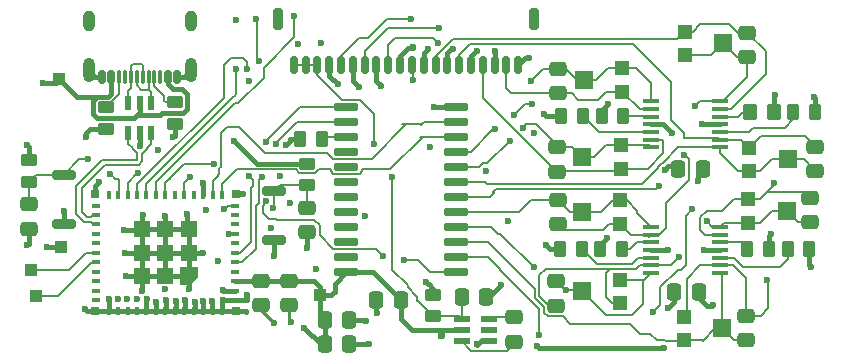
<source format=gbr>
%TF.GenerationSoftware,KiCad,Pcbnew,9.0.2*%
%TF.CreationDate,2025-11-18T20:52:17-03:00*%
%TF.ProjectId,Smart_insoles_2025_v1,536d6172-745f-4696-9e73-6f6c65735f32,rev?*%
%TF.SameCoordinates,Original*%
%TF.FileFunction,Copper,L1,Top*%
%TF.FilePolarity,Positive*%
%FSLAX46Y46*%
G04 Gerber Fmt 4.6, Leading zero omitted, Abs format (unit mm)*
G04 Created by KiCad (PCBNEW 9.0.2) date 2025-11-18 20:52:17*
%MOMM*%
%LPD*%
G01*
G04 APERTURE LIST*
G04 Aperture macros list*
%AMRoundRect*
0 Rectangle with rounded corners*
0 $1 Rounding radius*
0 $2 $3 $4 $5 $6 $7 $8 $9 X,Y pos of 4 corners*
0 Add a 4 corners polygon primitive as box body*
4,1,4,$2,$3,$4,$5,$6,$7,$8,$9,$2,$3,0*
0 Add four circle primitives for the rounded corners*
1,1,$1+$1,$2,$3*
1,1,$1+$1,$4,$5*
1,1,$1+$1,$6,$7*
1,1,$1+$1,$8,$9*
0 Add four rect primitives between the rounded corners*
20,1,$1+$1,$2,$3,$4,$5,0*
20,1,$1+$1,$4,$5,$6,$7,0*
20,1,$1+$1,$6,$7,$8,$9,0*
20,1,$1+$1,$8,$9,$2,$3,0*%
%AMFreePoly0*
4,1,14,0.728536,0.728536,0.730000,0.725000,0.730000,-0.725000,0.728536,-0.728536,0.725000,-0.730000,-0.725000,-0.730000,-0.728536,-0.728536,-0.730000,-0.725000,-0.730000,0.125000,-0.728536,0.128536,-0.128536,0.728536,-0.125000,0.730000,0.725000,0.730000,0.728536,0.728536,0.728536,0.728536,$1*%
G04 Aperture macros list end*
%TA.AperFunction,SMDPad,CuDef*%
%ADD10RoundRect,0.250000X-0.262500X-0.450000X0.262500X-0.450000X0.262500X0.450000X-0.262500X0.450000X0*%
%TD*%
%TA.AperFunction,SMDPad,CuDef*%
%ADD11R,1.000000X1.000000*%
%TD*%
%TA.AperFunction,SMDPad,CuDef*%
%ADD12RoundRect,0.250000X-0.337500X-0.475000X0.337500X-0.475000X0.337500X0.475000X-0.337500X0.475000X0*%
%TD*%
%TA.AperFunction,SMDPad,CuDef*%
%ADD13R,1.200000X1.200000*%
%TD*%
%TA.AperFunction,SMDPad,CuDef*%
%ADD14R,1.500000X1.600000*%
%TD*%
%TA.AperFunction,SMDPad,CuDef*%
%ADD15RoundRect,0.200000X0.800000X-0.200000X0.800000X0.200000X-0.800000X0.200000X-0.800000X-0.200000X0*%
%TD*%
%TA.AperFunction,SMDPad,CuDef*%
%ADD16RoundRect,0.250000X0.262500X0.450000X-0.262500X0.450000X-0.262500X-0.450000X0.262500X-0.450000X0*%
%TD*%
%TA.AperFunction,SMDPad,CuDef*%
%ADD17RoundRect,0.250000X-0.450000X0.262500X-0.450000X-0.262500X0.450000X-0.262500X0.450000X0.262500X0*%
%TD*%
%TA.AperFunction,SMDPad,CuDef*%
%ADD18R,0.600000X1.200000*%
%TD*%
%TA.AperFunction,SMDPad,CuDef*%
%ADD19RoundRect,0.250000X0.475000X-0.337500X0.475000X0.337500X-0.475000X0.337500X-0.475000X-0.337500X0*%
%TD*%
%TA.AperFunction,SMDPad,CuDef*%
%ADD20RoundRect,0.250000X0.350000X0.450000X-0.350000X0.450000X-0.350000X-0.450000X0.350000X-0.450000X0*%
%TD*%
%TA.AperFunction,SMDPad,CuDef*%
%ADD21R,0.800000X0.400000*%
%TD*%
%TA.AperFunction,SMDPad,CuDef*%
%ADD22R,0.400000X0.800000*%
%TD*%
%TA.AperFunction,SMDPad,CuDef*%
%ADD23FreePoly0,180.000000*%
%TD*%
%TA.AperFunction,SMDPad,CuDef*%
%ADD24R,1.450000X1.450000*%
%TD*%
%TA.AperFunction,SMDPad,CuDef*%
%ADD25R,0.700000X0.700000*%
%TD*%
%TA.AperFunction,SMDPad,CuDef*%
%ADD26RoundRect,0.075000X0.955000X0.225000X-0.955000X0.225000X-0.955000X-0.225000X0.955000X-0.225000X0*%
%TD*%
%TA.AperFunction,SMDPad,CuDef*%
%ADD27RoundRect,0.250000X-0.475000X0.337500X-0.475000X-0.337500X0.475000X-0.337500X0.475000X0.337500X0*%
%TD*%
%TA.AperFunction,SMDPad,CuDef*%
%ADD28RoundRect,0.150000X0.150000X0.425000X-0.150000X0.425000X-0.150000X-0.425000X0.150000X-0.425000X0*%
%TD*%
%TA.AperFunction,SMDPad,CuDef*%
%ADD29RoundRect,0.075000X0.075000X0.500000X-0.075000X0.500000X-0.075000X-0.500000X0.075000X-0.500000X0*%
%TD*%
%TA.AperFunction,HeatsinkPad*%
%ADD30O,1.000000X2.100000*%
%TD*%
%TA.AperFunction,HeatsinkPad*%
%ADD31O,1.000000X1.800000*%
%TD*%
%TA.AperFunction,SMDPad,CuDef*%
%ADD32R,1.473200X0.355600*%
%TD*%
%TA.AperFunction,SMDPad,CuDef*%
%ADD33RoundRect,0.073750X-0.586250X-0.221250X0.586250X-0.221250X0.586250X0.221250X-0.586250X0.221250X0*%
%TD*%
%TA.AperFunction,SMDPad,CuDef*%
%ADD34RoundRect,0.250000X0.337500X0.475000X-0.337500X0.475000X-0.337500X-0.475000X0.337500X-0.475000X0*%
%TD*%
%TA.AperFunction,SMDPad,CuDef*%
%ADD35RoundRect,0.150000X0.150000X0.625000X-0.150000X0.625000X-0.150000X-0.625000X0.150000X-0.625000X0*%
%TD*%
%TA.AperFunction,SMDPad,CuDef*%
%ADD36RoundRect,0.200000X0.200000X0.700000X-0.200000X0.700000X-0.200000X-0.700000X0.200000X-0.700000X0*%
%TD*%
%TA.AperFunction,ViaPad*%
%ADD37C,0.600000*%
%TD*%
%TA.AperFunction,Conductor*%
%ADD38C,0.200000*%
%TD*%
%TA.AperFunction,Conductor*%
%ADD39C,0.381000*%
%TD*%
%TA.AperFunction,Conductor*%
%ADD40C,0.254000*%
%TD*%
%TA.AperFunction,Conductor*%
%ADD41C,0.152400*%
%TD*%
G04 APERTURE END LIST*
D10*
%TO.P,R10,1*%
%TO.N,GND*%
X151252499Y-89779763D03*
%TO.P,R10,2*%
%TO.N,/FSR_AnalogFE/VINB1+*%
X153077499Y-89779763D03*
%TD*%
D11*
%TO.P,TX,1,1*%
%TO.N,TX*%
X106875000Y-93790000D03*
%TD*%
D12*
%TO.P,C17,1*%
%TO.N,+3V3*%
X160902499Y-93431963D03*
%TO.P,C17,2*%
%TO.N,GND*%
X162977499Y-93431963D03*
%TD*%
D13*
%TO.P,R5,1*%
%TO.N,/FSR_AnalogFE/FSR_OUT_1*%
X156375000Y-83025000D03*
D14*
%TO.P,R5,2*%
%TO.N,I1*%
X153125000Y-82025000D03*
D13*
%TO.P,R5,3*%
X156375000Y-81025000D03*
%TD*%
D15*
%TO.P,SW1,1,1*%
%TO.N,GND*%
X127050000Y-89050000D03*
%TO.P,SW1,2,2*%
%TO.N,Net-(U5-EN)*%
X127050000Y-84850000D03*
%TD*%
D16*
%TO.P,R14,1*%
%TO.N,GND*%
X172336165Y-89802400D03*
%TO.P,R14,2*%
%TO.N,/FSR_AnalogFE/VINC1+*%
X170511165Y-89802400D03*
%TD*%
D10*
%TO.P,R3,1*%
%TO.N,GND*%
X154781299Y-78534363D03*
%TO.P,R3,2*%
%TO.N,/FSR_AnalogFE/VINA+*%
X156606299Y-78534363D03*
%TD*%
D17*
%TO.P,R22,1*%
%TO.N,+3V3*%
X129850000Y-82565000D03*
%TO.P,R22,2*%
%TO.N,Net-(U5-EN)*%
X129850000Y-84390000D03*
%TD*%
D18*
%TO.P,IC1,1,I/O1_1*%
%TO.N,/USB_P*%
X114700000Y-79965000D03*
%TO.P,IC1,2,GND*%
%TO.N,GND*%
X115650000Y-79965000D03*
%TO.P,IC1,3,I/O2_1*%
%TO.N,/USB_N*%
X116600000Y-79965000D03*
%TO.P,IC1,4,I/O2_2*%
%TO.N,/USB_TVS_N*%
X116600000Y-77465000D03*
%TO.P,IC1,5,VBUS*%
%TO.N,VBUS*%
X115650000Y-77465000D03*
%TO.P,IC1,6,I/O1_2*%
%TO.N,/USB_TVS_P*%
X114700000Y-77465000D03*
%TD*%
D19*
%TO.P,C13,1*%
%TO.N,/FSR_AnalogFE/FSR_OUT_4*%
X151052499Y-87717263D03*
%TO.P,C13,2*%
%TO.N,I4*%
X151052499Y-85642263D03*
%TD*%
D13*
%TO.P,R16,1*%
%TO.N,/FSR_AnalogFE/FSR_OUT_7*%
X167167000Y-85560400D03*
D14*
%TO.P,R16,2*%
%TO.N,I7*%
X170417000Y-86560400D03*
D13*
%TO.P,R16,3*%
X167167000Y-87560400D03*
%TD*%
D20*
%TO.P,R8,1*%
%TO.N,GND*%
X169345800Y-78176600D03*
%TO.P,R8,2*%
%TO.N,/FSR_AnalogFE/VIND+*%
X167345800Y-78176600D03*
%TD*%
D21*
%TO.P,U5,1,GND*%
%TO.N,GND*%
X123725000Y-94115000D03*
%TO.P,U5,2,GND__1*%
X123725000Y-93315000D03*
%TO.P,U5,3,3V3*%
%TO.N,+3V3*%
X123725000Y-92515000D03*
%TO.P,U5,4,NC*%
%TO.N,unconnected-(U5-NC-Pad4)*%
X123725000Y-91715000D03*
%TO.P,U5,5,IO2*%
%TO.N,S2*%
X123725000Y-90915000D03*
%TO.P,U5,6,IO3*%
%TO.N,S3*%
X123725000Y-90115000D03*
%TO.P,U5,7,NC__1*%
%TO.N,unconnected-(U5-NC__1-Pad7)*%
X123725000Y-89315000D03*
%TO.P,U5,8,EN*%
%TO.N,Net-(U5-EN)*%
X123725000Y-88515000D03*
%TO.P,U5,9,NC__2*%
%TO.N,unconnected-(U5-NC__2-Pad9)*%
X123725000Y-87715000D03*
%TO.P,U5,10,NC__3*%
%TO.N,unconnected-(U5-NC__3-Pad10)*%
X123725000Y-86915000D03*
%TO.P,U5,11,GND__2*%
%TO.N,GND*%
X123725000Y-86115000D03*
D22*
%TO.P,U5,12,IO0*%
%TO.N,S0*%
X122625000Y-85215000D03*
%TO.P,U5,13,IO1*%
%TO.N,S1*%
X121825000Y-85215000D03*
%TO.P,U5,14,GND__3*%
%TO.N,GND*%
X121025000Y-85215000D03*
%TO.P,U5,15,NC__4*%
%TO.N,unconnected-(U5-NC__4-Pad15)*%
X120225000Y-85215000D03*
%TO.P,U5,16,IO10*%
%TO.N,IO10*%
X119425000Y-85215000D03*
%TO.P,U5,17,NC__5*%
%TO.N,unconnected-(U5-NC__5-Pad17)*%
X118625000Y-85215000D03*
%TO.P,U5,18,IO4*%
%TO.N,SIG*%
X117825000Y-85215000D03*
%TO.P,U5,19,IO5*%
%TO.N,INT*%
X117025000Y-85215000D03*
%TO.P,U5,20,IO6*%
%TO.N,SDA*%
X116225000Y-85215000D03*
%TO.P,U5,21,IO7*%
%TO.N,SCL*%
X115425000Y-85215000D03*
%TO.P,U5,22,IO8*%
%TO.N,IO8*%
X114625000Y-85215000D03*
%TO.P,U5,23,IO9*%
%TO.N,Net-(U5-IO9)*%
X113825000Y-85215000D03*
%TO.P,U5,24,NC__6*%
%TO.N,unconnected-(U5-NC__6-Pad24)*%
X113025000Y-85215000D03*
D21*
%TO.P,U5,25,NC__7*%
%TO.N,unconnected-(U5-NC__7-Pad25)*%
X111925000Y-86115000D03*
%TO.P,U5,26,IO18*%
%TO.N,/USB_N*%
X111925000Y-86915000D03*
%TO.P,U5,27,IO19*%
%TO.N,/USB_P*%
X111925000Y-87715000D03*
%TO.P,U5,28,NC__8*%
%TO.N,unconnected-(U5-NC__8-Pad28)*%
X111925000Y-88515000D03*
%TO.P,U5,29,NC__9*%
%TO.N,unconnected-(U5-NC__9-Pad29)*%
X111925000Y-89315000D03*
%TO.P,U5,30,RXD0*%
%TO.N,RX*%
X111925000Y-90115000D03*
%TO.P,U5,31,TXD0*%
%TO.N,TX*%
X111925000Y-90915000D03*
%TO.P,U5,32,NC__10*%
%TO.N,unconnected-(U5-NC__10-Pad32)*%
X111925000Y-91715000D03*
%TO.P,U5,33,NC__11*%
%TO.N,unconnected-(U5-NC__11-Pad33)*%
X111925000Y-92515000D03*
%TO.P,U5,34,NC__12*%
%TO.N,unconnected-(U5-NC__12-Pad34)*%
X111925000Y-93315000D03*
%TO.P,U5,35,NC__13*%
%TO.N,unconnected-(U5-NC__13-Pad35)*%
X111925000Y-94115000D03*
D22*
%TO.P,U5,36,GND__4*%
%TO.N,GND*%
X113025000Y-95015000D03*
%TO.P,U5,37,GND__5*%
X113825000Y-95015000D03*
%TO.P,U5,38,GND__6*%
X114625000Y-95015000D03*
%TO.P,U5,39,GND__7*%
X115425000Y-95015000D03*
%TO.P,U5,40,GND__8*%
X116225000Y-95015000D03*
%TO.P,U5,41,GND__9*%
X117025000Y-95015000D03*
%TO.P,U5,42,GND__10*%
X117825000Y-95015000D03*
%TO.P,U5,43,GND__11*%
X118625000Y-95015000D03*
%TO.P,U5,44,GND__12*%
X119425000Y-95015000D03*
%TO.P,U5,45,GND__13*%
X120225000Y-95015000D03*
%TO.P,U5,46,GND__14*%
X121025000Y-95015000D03*
%TO.P,U5,47,GND__15*%
X121825000Y-95015000D03*
%TO.P,U5,48,GND__16*%
X122625000Y-95015000D03*
D23*
%TO.P,U5,49_1,GND__17*%
X119800000Y-92090000D03*
D24*
%TO.P,U5,49_2,GND__18*%
X117825000Y-92090000D03*
%TO.P,U5,49_3,GND__19*%
X115850000Y-92090000D03*
%TO.P,U5,49_4,GND__20*%
X115850000Y-90115000D03*
%TO.P,U5,49_5,GND__21*%
X115850000Y-88140000D03*
%TO.P,U5,49_6,GND__22*%
X117825000Y-88140000D03*
%TO.P,U5,49_7,GND__23*%
X119800000Y-88140000D03*
%TO.P,U5,49_8,GND__24*%
X119800000Y-90115000D03*
%TO.P,U5,49_9,GND__25*%
X117825000Y-90115000D03*
D25*
%TO.P,U5,50,GND__26*%
X111875000Y-95065000D03*
%TO.P,U5,51,GND__27*%
X111875000Y-85165000D03*
%TO.P,U5,52,GND__28*%
X123775000Y-85165000D03*
%TO.P,U5,53,GND__29*%
X123775000Y-95065000D03*
%TD*%
D16*
%TO.P,R15,1*%
%TO.N,GND*%
X168917000Y-89760400D03*
%TO.P,R15,2*%
%TO.N,/FSR_AnalogFE/VIND1+*%
X167092000Y-89760400D03*
%TD*%
D13*
%TO.P,R7,1*%
%TO.N,/FSR_AnalogFE/FSR_OUT_2*%
X167274500Y-81207000D03*
D14*
%TO.P,R7,2*%
%TO.N,I2*%
X170524500Y-82207000D03*
D13*
%TO.P,R7,3*%
X167274500Y-83207000D03*
%TD*%
D12*
%TO.P,C26,1*%
%TO.N,+3V3*%
X131337500Y-97825000D03*
%TO.P,C26,2*%
%TO.N,GND*%
X133412500Y-97825000D03*
%TD*%
D13*
%TO.P,R17,1*%
%TO.N,/FSR_AnalogFE/FSR_OUT_5*%
X156352499Y-94379763D03*
D14*
%TO.P,R17,2*%
%TO.N,I5*%
X153102499Y-93379763D03*
D13*
%TO.P,R17,3*%
X156352499Y-92379763D03*
%TD*%
D26*
%TO.P,U2,1,COM_I/O*%
%TO.N,SIG*%
X142430000Y-91735000D03*
%TO.P,U2,2,I7*%
%TO.N,I7*%
X142430000Y-90465000D03*
%TO.P,U2,3,I6*%
%TO.N,I6*%
X142430000Y-89195000D03*
%TO.P,U2,4,I5*%
%TO.N,I5*%
X142430000Y-87925000D03*
%TO.P,U2,5,I4*%
%TO.N,I4*%
X142430000Y-86655000D03*
%TO.P,U2,6,I3*%
%TO.N,I3*%
X142430000Y-85385000D03*
%TO.P,U2,7,I2*%
%TO.N,I2*%
X142430000Y-84115000D03*
%TO.P,U2,8,I1*%
%TO.N,I1*%
X142430000Y-82845000D03*
%TO.P,U2,9,I0*%
%TO.N,I0*%
X142430000Y-81575000D03*
%TO.P,U2,10,S0*%
%TO.N,S0*%
X142430000Y-80305000D03*
%TO.P,U2,11,S1*%
%TO.N,S1*%
X142430000Y-79035000D03*
%TO.P,U2,12,GND*%
%TO.N,GND*%
X142430000Y-77765000D03*
%TO.P,U2,13,S3*%
%TO.N,S3*%
X133150000Y-77765000D03*
%TO.P,U2,14,S2*%
%TO.N,S2*%
X133150000Y-79035000D03*
%TO.P,U2,15,~{E}*%
%TO.N,Net-(U2-~{E})*%
X133150000Y-80305000D03*
%TO.P,U2,16,I15*%
%TO.N,unconnected-(U2-I15-Pad16)*%
X133150000Y-81575000D03*
%TO.P,U2,17,I14*%
%TO.N,unconnected-(U2-I14-Pad17)*%
X133150000Y-82845000D03*
%TO.P,U2,18,I13*%
%TO.N,unconnected-(U2-I13-Pad18)*%
X133150000Y-84115000D03*
%TO.P,U2,19,I12*%
%TO.N,unconnected-(U2-I12-Pad19)*%
X133150000Y-85385000D03*
%TO.P,U2,20,I11*%
%TO.N,unconnected-(U2-I11-Pad20)*%
X133150000Y-86655000D03*
%TO.P,U2,21,I10*%
%TO.N,unconnected-(U2-I10-Pad21)*%
X133150000Y-87925000D03*
%TO.P,U2,22,I9*%
%TO.N,unconnected-(U2-I9-Pad22)*%
X133150000Y-89195000D03*
%TO.P,U2,23,I8*%
%TO.N,unconnected-(U2-I8-Pad23)*%
X133150000Y-90465000D03*
%TO.P,U2,24,VCC*%
%TO.N,+3V3*%
X133150000Y-91735000D03*
%TD*%
D27*
%TO.P,C6,1*%
%TO.N,/FSR_AnalogFE/FSR_OUT_2*%
X172845300Y-81119500D03*
%TO.P,C6,2*%
%TO.N,I2*%
X172845300Y-83194500D03*
%TD*%
D16*
%TO.P,R6,1*%
%TO.N,GND*%
X172799500Y-78207000D03*
%TO.P,R6,2*%
%TO.N,/FSR_AnalogFE/VINC+*%
X170974500Y-78207000D03*
%TD*%
D12*
%TO.P,C25,1*%
%TO.N,+3V3*%
X131337500Y-95825000D03*
%TO.P,C25,2*%
%TO.N,GND*%
X133412500Y-95825000D03*
%TD*%
D19*
%TO.P,C12,1*%
%TO.N,/FSR_AnalogFE/FSR_OUT_5*%
X150902499Y-94617263D03*
%TO.P,C12,2*%
%TO.N,I5*%
X150902499Y-92542263D03*
%TD*%
%TO.P,C5,1*%
%TO.N,Net-(U4-CAP-)*%
X147340000Y-97632500D03*
%TO.P,C5,2*%
%TO.N,Net-(U4-CAP+)*%
X147340000Y-95557500D03*
%TD*%
D16*
%TO.P,R1,1*%
%TO.N,Net-(U2-~{E})*%
X131090000Y-80450000D03*
%TO.P,R1,2*%
%TO.N,GND*%
X129265000Y-80450000D03*
%TD*%
D11*
%TO.P,TP2,1,1*%
%TO.N,+3V3*%
X130925000Y-93725000D03*
%TD*%
D15*
%TO.P,SW2,1,1*%
%TO.N,GND*%
X109250000Y-87702500D03*
%TO.P,SW2,2,2*%
%TO.N,Net-(U5-IO9)*%
X109250000Y-83502500D03*
%TD*%
D13*
%TO.P,R9,1*%
%TO.N,/FSR_AnalogFE/FSR_OUT_3*%
X161785499Y-71384363D03*
D14*
%TO.P,R9,2*%
%TO.N,I3*%
X165035499Y-72384363D03*
D13*
%TO.P,R9,3*%
X161785499Y-73384363D03*
%TD*%
D19*
%TO.P,C21,1*%
%TO.N,GND*%
X129850000Y-88365000D03*
%TO.P,C21,2*%
%TO.N,Net-(U5-EN)*%
X129850000Y-86290000D03*
%TD*%
D28*
%TO.P,J2,A1,GND*%
%TO.N,GND*%
X118850000Y-75255000D03*
%TO.P,J2,A4,VBUS*%
%TO.N,VBUS*%
X118050000Y-75255000D03*
D29*
%TO.P,J2,A5,CC1*%
%TO.N,Net-(J2-CC1)*%
X116900000Y-75255000D03*
%TO.P,J2,A6,D+*%
%TO.N,/USB_TVS_P*%
X115900000Y-75255000D03*
%TO.P,J2,A7,D-*%
%TO.N,/USB_TVS_N*%
X115400000Y-75255000D03*
%TO.P,J2,A8,SBU1*%
%TO.N,unconnected-(J2-SBU1-PadA8)*%
X114400000Y-75255000D03*
D28*
%TO.P,J2,A9,VBUS*%
%TO.N,VBUS*%
X113250000Y-75255000D03*
%TO.P,J2,A12,GND*%
%TO.N,GND*%
X112450000Y-75255000D03*
%TO.P,J2,B1,GND*%
X112450000Y-75255000D03*
%TO.P,J2,B4,VBUS*%
%TO.N,VBUS*%
X113250000Y-75255000D03*
D29*
%TO.P,J2,B5,CC2*%
%TO.N,Net-(J2-CC2)*%
X113900000Y-75255000D03*
%TO.P,J2,B6,D+*%
%TO.N,/USB_TVS_P*%
X114900000Y-75255000D03*
%TO.P,J2,B7,D-*%
%TO.N,/USB_TVS_N*%
X116400000Y-75255000D03*
%TO.P,J2,B8,SBU2*%
%TO.N,unconnected-(J2-SBU2-PadB8)*%
X117400000Y-75255000D03*
D28*
%TO.P,J2,B9,VBUS*%
%TO.N,VBUS*%
X118050000Y-75255000D03*
%TO.P,J2,B12,GND*%
%TO.N,GND*%
X118850000Y-75255000D03*
D30*
%TO.P,J2,S1,SHIELD*%
X119970000Y-74680000D03*
D31*
X119970000Y-70500000D03*
D30*
X111330000Y-74680000D03*
D31*
X111330000Y-70500000D03*
%TD*%
D32*
%TO.P,U9,1,VOUTA*%
%TO.N,I4*%
X158914499Y-87928563D03*
%TO.P,U9,2,VINA-*%
%TO.N,/FSR_AnalogFE/FSR_OUT_4*%
X158914499Y-88588963D03*
%TO.P,U9,3,VINA+*%
%TO.N,/FSR_AnalogFE/VINA1+*%
X158914499Y-89223963D03*
%TO.P,U9,4,VDD*%
%TO.N,+3V3*%
X158914499Y-89884363D03*
%TO.P,U9,5,VINB+*%
%TO.N,/FSR_AnalogFE/VINB1+*%
X158914499Y-90544763D03*
%TO.P,U9,6,VINB-*%
%TO.N,/FSR_AnalogFE/FSR_OUT_5*%
X158914499Y-91179763D03*
%TO.P,U9,7,VOUTB*%
%TO.N,I5*%
X158914499Y-91840163D03*
%TO.P,U9,8,VOUTC*%
%TO.N,I6*%
X164756499Y-91840163D03*
%TO.P,U9,9,VINC-*%
%TO.N,/FSR_AnalogFE/FSR_OUT_6*%
X164756499Y-91179763D03*
%TO.P,U9,10,VINC+*%
%TO.N,/FSR_AnalogFE/VINC1+*%
X164756499Y-90544763D03*
%TO.P,U9,11,VSS*%
%TO.N,GND*%
X164756499Y-89884363D03*
%TO.P,U9,12,VIND+*%
%TO.N,/FSR_AnalogFE/VIND1+*%
X164756499Y-89223963D03*
%TO.P,U9,13,VIND-*%
%TO.N,/FSR_AnalogFE/FSR_OUT_7*%
X164756499Y-88588963D03*
%TO.P,U9,14,VOUTD*%
%TO.N,I7*%
X164756499Y-87928563D03*
%TD*%
D11*
%TO.P,VBUS,1,1*%
%TO.N,VBUS*%
X108850000Y-75415000D03*
%TD*%
D33*
%TO.P,U4,1,OUT*%
%TO.N,/FSR_AnalogFE/FSR_IN*%
X142910000Y-95715000D03*
%TO.P,U4,2,IN*%
%TO.N,+3V3*%
X142910000Y-96665000D03*
%TO.P,U4,3,CAP-*%
%TO.N,Net-(U4-CAP-)*%
X142910000Y-97615000D03*
%TO.P,U4,4,GND*%
%TO.N,GND*%
X145200000Y-97615000D03*
%TO.P,U4,5,SHDN*%
%TO.N,unconnected-(U4-SHDN-Pad5)*%
X145200000Y-96665000D03*
%TO.P,U4,6,CAP+*%
%TO.N,Net-(U4-CAP+)*%
X145200000Y-95715000D03*
%TD*%
D12*
%TO.P,C4,1*%
%TO.N,/FSR_AnalogFE/FSR_IN*%
X142897999Y-93884363D03*
%TO.P,C4,2*%
%TO.N,GND*%
X144972999Y-93884363D03*
%TD*%
D19*
%TO.P,C20,1*%
%TO.N,GND*%
X106250000Y-88102500D03*
%TO.P,C20,2*%
%TO.N,Net-(U5-IO9)*%
X106250000Y-86027500D03*
%TD*%
D27*
%TO.P,C3,1*%
%TO.N,+3V3*%
X128325000Y-92490000D03*
%TO.P,C3,2*%
%TO.N,GND*%
X128325000Y-94565000D03*
%TD*%
D19*
%TO.P,C7,1*%
%TO.N,/FSR_AnalogFE/FSR_OUT_0*%
X151107434Y-76621863D03*
%TO.P,C7,2*%
%TO.N,I0*%
X151107434Y-74546863D03*
%TD*%
D27*
%TO.P,C9,1*%
%TO.N,/FSR_AnalogFE/FSR_OUT_3*%
X167100000Y-71465900D03*
%TO.P,C9,2*%
%TO.N,I3*%
X167100000Y-73540900D03*
%TD*%
%TO.P,C10,1*%
%TO.N,/FSR_AnalogFE/FSR_OUT_6*%
X166950000Y-95427500D03*
%TO.P,C10,2*%
%TO.N,I6*%
X166950000Y-97502500D03*
%TD*%
D13*
%TO.P,R2,1*%
%TO.N,/FSR_AnalogFE/FSR_OUT_0*%
X156500000Y-76475000D03*
D14*
%TO.P,R2,2*%
%TO.N,I0*%
X153250000Y-75475000D03*
D13*
%TO.P,R2,3*%
X156500000Y-74475000D03*
%TD*%
D11*
%TO.P,GND,1,1*%
%TO.N,GND*%
X109025000Y-89600000D03*
%TD*%
D32*
%TO.P,U8,1,VOUTA*%
%TO.N,I0*%
X158960499Y-77284363D03*
%TO.P,U8,2,VINA-*%
%TO.N,/FSR_AnalogFE/FSR_OUT_0*%
X158960499Y-77944763D03*
%TO.P,U8,3,VINA+*%
%TO.N,/FSR_AnalogFE/VINA+*%
X158960499Y-78579763D03*
%TO.P,U8,4,VDD*%
%TO.N,+3V3*%
X158960499Y-79240163D03*
%TO.P,U8,5,VINB+*%
%TO.N,/FSR_AnalogFE/VINB+*%
X158960499Y-79900563D03*
%TO.P,U8,6,VINB-*%
%TO.N,/FSR_AnalogFE/FSR_OUT_1*%
X158960499Y-80535563D03*
%TO.P,U8,7,VOUTB*%
%TO.N,I1*%
X158960499Y-81195963D03*
%TO.P,U8,8,VOUTC*%
%TO.N,I2*%
X164802499Y-81195963D03*
%TO.P,U8,9,VINC-*%
%TO.N,/FSR_AnalogFE/FSR_OUT_2*%
X164802499Y-80535563D03*
%TO.P,U8,10,VINC+*%
%TO.N,/FSR_AnalogFE/VINC+*%
X164802499Y-79900563D03*
%TO.P,U8,11,VSS*%
%TO.N,GND*%
X164802499Y-79240163D03*
%TO.P,U8,12,VIND+*%
%TO.N,/FSR_AnalogFE/VIND+*%
X164802499Y-78579763D03*
%TO.P,U8,13,VIND-*%
%TO.N,/FSR_AnalogFE/FSR_OUT_3*%
X164802499Y-77944763D03*
%TO.P,U8,14,VOUTD*%
%TO.N,I3*%
X164802499Y-77284363D03*
%TD*%
D19*
%TO.P,C8,1*%
%TO.N,/FSR_AnalogFE/FSR_OUT_1*%
X150980335Y-83262500D03*
%TO.P,C8,2*%
%TO.N,I1*%
X150980335Y-81187500D03*
%TD*%
D34*
%TO.P,C1,1*%
%TO.N,+3V3*%
X137762500Y-94075000D03*
%TO.P,C1,2*%
%TO.N,GND*%
X135687500Y-94075000D03*
%TD*%
D27*
%TO.P,C11,1*%
%TO.N,/FSR_AnalogFE/FSR_OUT_7*%
X172417000Y-85472900D03*
%TO.P,C11,2*%
%TO.N,I7*%
X172417000Y-87547900D03*
%TD*%
D17*
%TO.P,R23,1*%
%TO.N,Net-(J2-CC2)*%
X112800000Y-77790000D03*
%TO.P,R23,2*%
%TO.N,GND*%
X112800000Y-79615000D03*
%TD*%
D13*
%TO.P,R12,1*%
%TO.N,/FSR_AnalogFE/FSR_OUT_4*%
X156352499Y-87679763D03*
D14*
%TO.P,R12,2*%
%TO.N,I4*%
X153102499Y-86679763D03*
D13*
%TO.P,R12,3*%
X156352499Y-85679763D03*
%TD*%
D17*
%TO.P,R18,1*%
%TO.N,GND*%
X140525000Y-93665000D03*
%TO.P,R18,2*%
%TO.N,/FSR_AnalogFE/FSR_IN*%
X140525000Y-95490000D03*
%TD*%
D27*
%TO.P,C2,1*%
%TO.N,+3V3*%
X125900000Y-92477500D03*
%TO.P,C2,2*%
%TO.N,GND*%
X125900000Y-94552500D03*
%TD*%
D10*
%TO.P,R4,1*%
%TO.N,GND*%
X151347499Y-78576363D03*
%TO.P,R4,2*%
%TO.N,/FSR_AnalogFE/VINB+*%
X153172499Y-78576363D03*
%TD*%
%TO.P,R11,1*%
%TO.N,GND*%
X154640499Y-89779763D03*
%TO.P,R11,2*%
%TO.N,/FSR_AnalogFE/VINA1+*%
X156465499Y-89779763D03*
%TD*%
D35*
%TO.P,J1,1,Pin_1*%
%TO.N,GND*%
X147700000Y-74215000D03*
%TO.P,J1,2,Pin_2*%
%TO.N,/FSR_AnalogFE/FSR_OUT_0*%
X146700000Y-74215000D03*
%TO.P,J1,3,Pin_3*%
%TO.N,GND*%
X145700000Y-74215000D03*
%TO.P,J1,4,Pin_4*%
%TO.N,/FSR_AnalogFE/FSR_OUT_1*%
X144700000Y-74215000D03*
%TO.P,J1,5,Pin_5*%
%TO.N,GND*%
X143700000Y-74215000D03*
%TO.P,J1,6,Pin_6*%
%TO.N,/FSR_AnalogFE/FSR_OUT_2*%
X142700000Y-74215000D03*
%TO.P,J1,7,Pin_7*%
%TO.N,GND*%
X141700000Y-74215000D03*
%TO.P,J1,8,Pin_8*%
%TO.N,/FSR_AnalogFE/FSR_OUT_3*%
X140700000Y-74215000D03*
%TO.P,J1,9,Pin_9*%
%TO.N,GND*%
X139700000Y-74215000D03*
%TO.P,J1,10,Pin_10*%
%TO.N,/FSR_AnalogFE/FSR_OUT_4*%
X138700000Y-74215000D03*
%TO.P,J1,11,Pin_11*%
%TO.N,GND*%
X137700000Y-74215000D03*
%TO.P,J1,12,Pin_12*%
%TO.N,/FSR_AnalogFE/FSR_OUT_5*%
X136700000Y-74215000D03*
%TO.P,J1,13,Pin_13*%
%TO.N,GND*%
X135700000Y-74215000D03*
%TO.P,J1,14,Pin_14*%
%TO.N,/FSR_AnalogFE/FSR_OUT_6*%
X134700000Y-74215000D03*
%TO.P,J1,15,Pin_15*%
%TO.N,GND*%
X133700000Y-74215000D03*
%TO.P,J1,16,Pin_16*%
%TO.N,/FSR_AnalogFE/FSR_OUT_7*%
X132700000Y-74215000D03*
%TO.P,J1,17,Pin_17*%
%TO.N,GND*%
X131700000Y-74215000D03*
%TO.P,J1,18,Pin_18*%
%TO.N,/FSR_AnalogFE/FSR_IN*%
X130700000Y-74215000D03*
%TO.P,J1,19,Pin_19*%
X129700000Y-74215000D03*
%TO.P,J1,20,Pin_20*%
X128700000Y-74215000D03*
D36*
%TO.P,J1,MP*%
%TO.N,N/C*%
X149000000Y-70340000D03*
X127400000Y-70340000D03*
%TD*%
D17*
%TO.P,R30,1*%
%TO.N,Net-(J2-CC1)*%
X118600000Y-77382500D03*
%TO.P,R30,2*%
%TO.N,GND*%
X118600000Y-79207500D03*
%TD*%
D13*
%TO.P,R19,1*%
%TO.N,/FSR_AnalogFE/FSR_OUT_6*%
X161700000Y-95515000D03*
D14*
%TO.P,R19,2*%
%TO.N,I6*%
X164950000Y-96515000D03*
D13*
%TO.P,R19,3*%
X161700000Y-97515000D03*
%TD*%
D17*
%TO.P,R29,1*%
%TO.N,+3V3*%
X106250000Y-82290000D03*
%TO.P,R29,2*%
%TO.N,Net-(U5-IO9)*%
X106250000Y-84115000D03*
%TD*%
D11*
%TO.P,RX,1,1*%
%TO.N,RX*%
X106450000Y-91615000D03*
%TD*%
D12*
%TO.P,C18,1*%
%TO.N,+3V3*%
X161262500Y-83050000D03*
%TO.P,C18,2*%
%TO.N,GND*%
X163337500Y-83050000D03*
%TD*%
D37*
%TO.N,Net-(U5-IO9)*%
X111300000Y-82200000D03*
X113100000Y-83450000D03*
%TO.N,Net-(U5-EN)*%
X126908038Y-86323520D03*
X123216808Y-88550000D03*
%TO.N,/FSR_AnalogFE/FSR_IN*%
X137038465Y-83708465D03*
X135470000Y-80940000D03*
%TO.N,/FSR_AnalogFE/FSR_OUT_6*%
X168770000Y-92460000D03*
X140970000Y-71110000D03*
%TO.N,/FSR_AnalogFE/FSR_OUT_7*%
X138640000Y-70300000D03*
X169340000Y-84210000D03*
%TO.N,/FSR_AnalogFE/FSR_OUT_5*%
X161300000Y-90490000D03*
X140870000Y-72360000D03*
%TO.N,/FSR_AnalogFE/FSR_OUT_4*%
X161730000Y-81795963D03*
X138770000Y-75500000D03*
%TO.N,+3V3*%
X160037285Y-98202795D03*
X160700000Y-80000000D03*
X106090000Y-80960000D03*
X123670000Y-80660000D03*
X160350000Y-94800000D03*
X141190000Y-97200000D03*
X160100735Y-83100735D03*
X149250000Y-98000000D03*
X129590000Y-96450000D03*
X160400000Y-89850000D03*
%TO.N,GND*%
X140050000Y-72850000D03*
X117050000Y-94250000D03*
X127050000Y-90350000D03*
X149850000Y-78400000D03*
X128500000Y-95950000D03*
X115420000Y-94020000D03*
X169400000Y-76750000D03*
X140250000Y-81200000D03*
X115850000Y-93350000D03*
X119800000Y-93200000D03*
X150070000Y-89460000D03*
X129800000Y-89750000D03*
X134185504Y-76108698D03*
X114300000Y-88200000D03*
X128027646Y-80991357D03*
X136100000Y-76000000D03*
X139900000Y-92600000D03*
X144200000Y-97842047D03*
X121800000Y-94200000D03*
X117800000Y-87000000D03*
X140600000Y-77800000D03*
X116250000Y-94065000D03*
X155230000Y-88880000D03*
X115650000Y-81050000D03*
X117850000Y-94150000D03*
X109200000Y-86600000D03*
X111000000Y-94900000D03*
X107800000Y-89600000D03*
X122680000Y-94080000D03*
X138800000Y-72700000D03*
X118700000Y-94200000D03*
X164200000Y-94550000D03*
X122690000Y-93290000D03*
X145700000Y-73050000D03*
X130550000Y-91500000D03*
X119650000Y-86850000D03*
X115900000Y-86900000D03*
X144950000Y-83150000D03*
X144200000Y-73000000D03*
X113810000Y-94010000D03*
X119500000Y-94150000D03*
X134700000Y-87020000D03*
X130970000Y-72380000D03*
X127045573Y-96023885D03*
X132400000Y-75850000D03*
X172450000Y-91300000D03*
X111100000Y-80350000D03*
X121050000Y-90150000D03*
X163300000Y-79200000D03*
X114385000Y-90115000D03*
X117170000Y-81430000D03*
X169100000Y-88550000D03*
X114600000Y-93990000D03*
X135750000Y-95200000D03*
X127560000Y-83650000D03*
X131780000Y-74742500D03*
X126763142Y-88003142D03*
X121300000Y-86500000D03*
X146800000Y-87450000D03*
X114500000Y-92050000D03*
X117800000Y-93200000D03*
X122250000Y-90800000D03*
X148650000Y-73650000D03*
X120300000Y-94250000D03*
X121000000Y-94200000D03*
X124770000Y-93705000D03*
X162900000Y-84050000D03*
X163415637Y-89884363D03*
X142144265Y-72844265D03*
X106150000Y-89450000D03*
X113050000Y-94015000D03*
X122750000Y-86450000D03*
X129030000Y-72419100D03*
X146250000Y-92850000D03*
X134850000Y-95900000D03*
X118500000Y-80350000D03*
X135050000Y-97850000D03*
X124930000Y-75542500D03*
X172700000Y-76900000D03*
X121000000Y-84200000D03*
X155280000Y-77560000D03*
X124385000Y-85165000D03*
X112200000Y-84150000D03*
X149000000Y-80000000D03*
X128400000Y-85864998D03*
%TO.N,VBUS*%
X107440000Y-75700000D03*
%TO.N,CS*%
X125750000Y-73890000D03*
X125540000Y-70330000D03*
%TO.N,SDO{slash}SA0*%
X123780000Y-70390000D03*
%TO.N,SCL*%
X124720000Y-74530000D03*
%TO.N,SDA*%
X123820000Y-74540000D03*
%TO.N,I3*%
X159600000Y-84450000D03*
X162700000Y-77700000D03*
%TO.N,I0*%
X145750000Y-79650000D03*
X148900000Y-77500000D03*
X148900000Y-77500000D03*
X148900000Y-77500000D03*
X147350000Y-78450000D03*
X148750000Y-75600000D03*
%TO.N,S3*%
X126338258Y-80738258D03*
X124920000Y-83650000D03*
%TO.N,I7*%
X163700000Y-87450000D03*
X159120000Y-95150000D03*
X149450000Y-97100000D03*
X162450000Y-86450000D03*
%TO.N,I1*%
X147010000Y-80620000D03*
X148088182Y-79521818D03*
%TO.N,I5*%
X149000000Y-91360000D03*
X151720000Y-93280000D03*
%TO.N,S2*%
X127230000Y-80930000D03*
X126000000Y-83700000D03*
%TO.N,SIG*%
X126349000Y-85750000D03*
X137990000Y-90750000D03*
X121910000Y-82600000D03*
X136230000Y-90360000D03*
%TO.N,INT*%
X128720000Y-70100000D03*
%TO.N,IO8*%
X115524999Y-83376471D03*
%TO.N,IO10*%
X119950000Y-83700000D03*
%TD*%
D38*
%TO.N,/USB_TVS_N*%
X115750000Y-76300000D02*
X116400000Y-76300000D01*
X115400000Y-75950000D02*
X115750000Y-76300000D01*
X115400000Y-75255000D02*
X115400000Y-75950000D01*
X116400000Y-76300000D02*
X116400000Y-75255000D01*
X116600000Y-76500000D02*
X116400000Y-76300000D01*
X116600000Y-77465000D02*
X116600000Y-76500000D01*
%TO.N,Net-(J2-CC1)*%
X116900000Y-76000000D02*
X116900000Y-75255000D01*
X117750000Y-76850000D02*
X116900000Y-76000000D01*
X117750000Y-77232500D02*
X117750000Y-76850000D01*
X117900000Y-77382500D02*
X117750000Y-77232500D01*
X118600000Y-77382500D02*
X117900000Y-77382500D01*
%TO.N,/USB_TVS_P*%
X115900000Y-74250000D02*
X115900000Y-75255000D01*
X115100000Y-74100000D02*
X115750000Y-74100000D01*
X115750000Y-74100000D02*
X115900000Y-74250000D01*
X114900000Y-75255000D02*
X114900000Y-74300000D01*
X114900000Y-74300000D02*
X115100000Y-74100000D01*
X114700000Y-76400000D02*
X114900000Y-76200000D01*
X114900000Y-76200000D02*
X114900000Y-75255000D01*
X114700000Y-77465000D02*
X114700000Y-76400000D01*
%TO.N,Net-(U5-IO9)*%
X113825000Y-85215000D02*
X113900000Y-85140000D01*
X113600000Y-83850000D02*
X113200000Y-83450000D01*
X110552500Y-82200000D02*
X111300000Y-82200000D01*
X106250000Y-86027500D02*
X106250000Y-84115000D01*
X106862500Y-83502500D02*
X106250000Y-84115000D01*
X113200000Y-83450000D02*
X113100000Y-83450000D01*
X109250000Y-83502500D02*
X110552500Y-82200000D01*
X113900000Y-83950000D02*
X113800000Y-83850000D01*
X109250000Y-83502500D02*
X106862500Y-83502500D01*
X113900000Y-85140000D02*
X113900000Y-83950000D01*
X113800000Y-83850000D02*
X113600000Y-83850000D01*
%TO.N,Net-(U5-EN)*%
X126914518Y-86330000D02*
X126908038Y-86323520D01*
X123216808Y-88550000D02*
X123690000Y-88550000D01*
X127050000Y-84850000D02*
X127050000Y-86240000D01*
X126960000Y-86330000D02*
X126914518Y-86330000D01*
X123690000Y-88550000D02*
X123725000Y-88515000D01*
X127510000Y-84390000D02*
X127050000Y-84850000D01*
X129850000Y-84390000D02*
X127510000Y-84390000D01*
X129850000Y-84390000D02*
X129850000Y-86290000D01*
X127050000Y-86240000D02*
X126960000Y-86330000D01*
%TO.N,Net-(U2-~{E})*%
X131235000Y-80305000D02*
X131090000Y-80450000D01*
X133150000Y-80305000D02*
X131235000Y-80305000D01*
%TO.N,/FSR_AnalogFE/FSR_IN*%
X140525000Y-95490000D02*
X139235000Y-94200000D01*
X142897999Y-95702999D02*
X142910000Y-95715000D01*
X142685000Y-95490000D02*
X142910000Y-95715000D01*
X139170000Y-93883840D02*
X138335160Y-93049000D01*
X134262824Y-77164000D02*
X132764000Y-77164000D01*
X139170000Y-94200000D02*
X139170000Y-93883840D01*
X128835000Y-74215000D02*
X130700000Y-74215000D01*
X135470000Y-78371176D02*
X135470000Y-80940000D01*
X137038465Y-91538465D02*
X137038465Y-83708465D01*
X132764000Y-77164000D02*
X130700000Y-75100000D01*
X139235000Y-94200000D02*
X139170000Y-94200000D01*
X134262824Y-77164000D02*
X135470000Y-78371176D01*
X128700000Y-74215000D02*
X128700000Y-74250000D01*
X142897999Y-93884363D02*
X142897999Y-95702999D01*
X138335160Y-93049000D02*
X138335160Y-92835160D01*
X138335160Y-92835160D02*
X137038465Y-91538465D01*
X130700000Y-75100000D02*
X130700000Y-74215000D01*
X128750000Y-74300000D02*
X128835000Y-74215000D01*
X128700000Y-74250000D02*
X128750000Y-74300000D01*
X140525000Y-95490000D02*
X142685000Y-95490000D01*
%TO.N,Net-(U4-CAP+)*%
X145357500Y-95557500D02*
X145200000Y-95715000D01*
X147340000Y-95557500D02*
X145357500Y-95557500D01*
%TO.N,Net-(U4-CAP-)*%
X143737648Y-98442648D02*
X142910000Y-97615000D01*
X147340000Y-97632500D02*
X147340000Y-97849417D01*
X146749988Y-98439429D02*
X143737648Y-98442648D01*
X147340000Y-97849417D02*
X146749988Y-98439429D01*
%TO.N,/FSR_AnalogFE/FSR_OUT_2*%
X164802499Y-80535563D02*
X166603063Y-80535563D01*
X168231500Y-80250000D02*
X171975800Y-80250000D01*
X157450000Y-72450000D02*
X143600000Y-72450000D01*
X160650000Y-75650000D02*
X157450000Y-72450000D01*
X143600000Y-72450000D02*
X142700000Y-73350000D01*
X166603063Y-80535563D02*
X167274500Y-81207000D01*
X160650000Y-78850000D02*
X160650000Y-75650000D01*
X161750000Y-79950000D02*
X160650000Y-78850000D01*
X142700000Y-73350000D02*
X142700000Y-74215000D01*
X164802499Y-80535563D02*
X164666936Y-80400000D01*
X164666936Y-80400000D02*
X161750000Y-80400000D01*
X167274500Y-81207000D02*
X168231500Y-80250000D01*
X171975800Y-80250000D02*
X172845300Y-81119500D01*
X161750000Y-80400000D02*
X161750000Y-79950000D01*
%TO.N,/FSR_AnalogFE/FSR_OUT_1*%
X159897099Y-80535563D02*
X159998099Y-80636563D01*
X159998099Y-80636563D02*
X159998099Y-81674763D01*
X144700000Y-76982165D02*
X150980335Y-83262500D01*
X150980335Y-83262500D02*
X151662500Y-83262500D01*
X144700000Y-74215000D02*
X144700000Y-76982165D01*
X151725000Y-83200000D02*
X156200000Y-83200000D01*
X158647862Y-83025000D02*
X156375000Y-83025000D01*
X151662500Y-83262500D02*
X151725000Y-83200000D01*
X156200000Y-83200000D02*
X156375000Y-83025000D01*
X159998099Y-81674763D02*
X158647862Y-83025000D01*
X158960499Y-80535563D02*
X159897099Y-80535563D01*
%TO.N,/FSR_AnalogFE/FSR_OUT_3*%
X142140001Y-72000000D02*
X140700000Y-73440001D01*
X161785499Y-71384363D02*
X161169862Y-72000000D01*
X140700000Y-73440001D02*
X140700000Y-74215000D01*
X161169862Y-72000000D02*
X142140001Y-72000000D01*
X166265900Y-71465900D02*
X167100000Y-71465900D01*
X161785499Y-71384363D02*
X162465637Y-71384363D01*
X165739099Y-77944763D02*
X168700000Y-74983862D01*
X163100000Y-70750000D02*
X165550000Y-70750000D01*
X162465637Y-71384363D02*
X163100000Y-70750000D01*
X168700000Y-73065900D02*
X167100000Y-71465900D01*
X168700000Y-74983862D02*
X168700000Y-73065900D01*
X165550000Y-70750000D02*
X166265900Y-71465900D01*
X164802499Y-77944763D02*
X165739099Y-77944763D01*
%TO.N,/FSR_AnalogFE/FSR_OUT_6*%
X134700000Y-73060000D02*
X134700000Y-74215000D01*
X161950000Y-92350000D02*
X161950000Y-95265000D01*
X165896863Y-91179763D02*
X166950000Y-92232900D01*
X140970000Y-71110000D02*
X136650000Y-71110000D01*
X164756499Y-91179763D02*
X165896863Y-91179763D01*
X166950000Y-92232900D02*
X166950000Y-95427500D01*
X168212500Y-95427500D02*
X168860000Y-94780000D01*
X168860000Y-92550000D02*
X168770000Y-92460000D01*
X164756499Y-91179763D02*
X163120237Y-91179763D01*
X168860000Y-94780000D02*
X168860000Y-92550000D01*
X166950000Y-95427500D02*
X168212500Y-95427500D01*
X136650000Y-71110000D02*
X134700000Y-73060000D01*
X163120237Y-91179763D02*
X161950000Y-92350000D01*
X161950000Y-95265000D02*
X161700000Y-95515000D01*
%TO.N,/FSR_AnalogFE/FSR_OUT_7*%
X172417000Y-85472900D02*
X171894100Y-84950000D01*
X134989943Y-71910000D02*
X134230001Y-71910000D01*
X138640000Y-70300000D02*
X136599943Y-70300000D01*
X171894100Y-84950000D02*
X168750000Y-84950000D01*
X168139600Y-85560400D02*
X167167000Y-85560400D01*
X164950000Y-86550000D02*
X165939600Y-85560400D01*
X169340000Y-84360000D02*
X169340000Y-84210000D01*
X168750000Y-84950000D02*
X169340000Y-84360000D01*
X163538963Y-88588963D02*
X163100000Y-88150000D01*
X164756499Y-88588963D02*
X163538963Y-88588963D01*
X134230001Y-71910000D02*
X132700000Y-73440001D01*
X136599943Y-70300000D02*
X134989943Y-71910000D01*
X165939600Y-85560400D02*
X167167000Y-85560400D01*
X163100000Y-88150000D02*
X163100000Y-87100000D01*
X163650000Y-86550000D02*
X164950000Y-86550000D01*
X132700000Y-73440001D02*
X132700000Y-74215000D01*
X163100000Y-87100000D02*
X163650000Y-86550000D01*
X168750000Y-84950000D02*
X168139600Y-85560400D01*
%TO.N,/FSR_AnalogFE/FSR_OUT_5*%
X155141568Y-93841568D02*
X155141568Y-91788694D01*
X136700000Y-72490000D02*
X136700000Y-74215000D01*
X136700000Y-74215000D02*
X136900000Y-74415000D01*
X160640237Y-91179763D02*
X161330000Y-90490000D01*
X150049000Y-91451000D02*
X155479262Y-91451000D01*
X158914499Y-91179763D02*
X160640237Y-91179763D01*
X140870000Y-72360000D02*
X140450000Y-71940000D01*
X157706662Y-91451000D02*
X157977899Y-91179763D01*
X155479262Y-91451000D02*
X157706662Y-91451000D01*
X157977899Y-91179763D02*
X158914499Y-91179763D01*
X137250000Y-71940000D02*
X136700000Y-72490000D01*
X155141568Y-91788694D02*
X155479262Y-91451000D01*
X161330000Y-90490000D02*
X161300000Y-90490000D01*
X150902499Y-94617263D02*
X150317263Y-94617263D01*
X150317263Y-94617263D02*
X149500000Y-93800000D01*
X156352499Y-94379763D02*
X155679763Y-94379763D01*
X140450000Y-71940000D02*
X137250000Y-71940000D01*
X149500000Y-92000000D02*
X150049000Y-91451000D01*
X149500000Y-93800000D02*
X149500000Y-92000000D01*
X155679763Y-94379763D02*
X155141568Y-93841568D01*
%TO.N,/FSR_AnalogFE/FSR_OUT_4*%
X157261699Y-88588963D02*
X158914499Y-88588963D01*
X138770000Y-74285000D02*
X138700000Y-74215000D01*
X154900000Y-88150000D02*
X155370237Y-87679763D01*
X161720000Y-81785963D02*
X161730000Y-81795963D01*
X158914499Y-88588963D02*
X158914499Y-88635501D01*
X162151000Y-82141000D02*
X161720000Y-81710000D01*
X161720000Y-81710000D02*
X161720000Y-81785963D01*
X158804837Y-88745163D02*
X158750000Y-88745163D01*
X156352499Y-87679763D02*
X157261699Y-88588963D01*
X155370237Y-87679763D02*
X156352499Y-87679763D01*
X151052499Y-87717263D02*
X151485236Y-88150000D01*
X158914499Y-88588963D02*
X159651037Y-88588963D01*
X162151000Y-83949057D02*
X162151000Y-82141000D01*
X138770000Y-75500000D02*
X138770000Y-74285000D01*
X158914499Y-88635501D02*
X158804837Y-88745163D01*
X160201000Y-85899057D02*
X162151000Y-83949057D01*
X159651037Y-88588963D02*
X160201000Y-88039000D01*
X160201000Y-88039000D02*
X160201000Y-85899057D01*
X151485236Y-88150000D02*
X154900000Y-88150000D01*
%TO.N,/FSR_AnalogFE/VINA+*%
X158915099Y-78534363D02*
X158960499Y-78579763D01*
X156606299Y-78534363D02*
X158915099Y-78534363D01*
%TO.N,/FSR_AnalogFE/VINB+*%
X154496699Y-79900563D02*
X158960499Y-79900563D01*
X153172499Y-78576363D02*
X154496699Y-79900563D01*
%TO.N,/FSR_AnalogFE/VINC+*%
X170974500Y-78207000D02*
X170974500Y-78825500D01*
X167199437Y-79900563D02*
X164802499Y-79900563D01*
X170250000Y-79550000D02*
X167550000Y-79550000D01*
X167550000Y-79550000D02*
X167199437Y-79900563D01*
X170974500Y-78825500D02*
X170250000Y-79550000D01*
%TO.N,/FSR_AnalogFE/VIND+*%
X167345800Y-78176600D02*
X166723400Y-78176600D01*
X166279763Y-78579763D02*
X164802499Y-78579763D01*
X166300000Y-78600000D02*
X166279763Y-78579763D01*
X166723400Y-78176600D02*
X166300000Y-78600000D01*
%TO.N,/FSR_AnalogFE/VINB1+*%
X154347736Y-91050000D02*
X157300000Y-91050000D01*
X157300000Y-91050000D02*
X157805237Y-90544763D01*
X153077499Y-89779763D02*
X154347736Y-91050000D01*
X157805237Y-90544763D02*
X158914499Y-90544763D01*
%TO.N,/FSR_AnalogFE/VINA1+*%
X157170237Y-89779763D02*
X156465499Y-89779763D01*
X157726037Y-89223963D02*
X157170237Y-89779763D01*
X158914499Y-89223963D02*
X157726037Y-89223963D01*
%TO.N,/FSR_AnalogFE/VINC1+*%
X165961863Y-90544763D02*
X164756499Y-90544763D01*
X170511165Y-90638835D02*
X169850000Y-91300000D01*
X169850000Y-91300000D02*
X166717100Y-91300000D01*
X170511165Y-89802400D02*
X170511165Y-90638835D01*
X166717100Y-91300000D02*
X165961863Y-90544763D01*
%TO.N,/FSR_AnalogFE/VIND1+*%
X166555563Y-89223963D02*
X164756499Y-89223963D01*
X167092000Y-89760400D02*
X166555563Y-89223963D01*
%TO.N,/FSR_AnalogFE/FSR_OUT_0*%
X152750000Y-77150000D02*
X154450000Y-77150000D01*
X146700000Y-76200000D02*
X146700000Y-74215000D01*
X154450000Y-77150000D02*
X155125000Y-76475000D01*
X151107434Y-76621863D02*
X147121863Y-76621863D01*
X156500000Y-76475000D02*
X157969763Y-77944763D01*
X155125000Y-76475000D02*
X156500000Y-76475000D01*
X151107434Y-76621863D02*
X152221863Y-76621863D01*
X157969763Y-77944763D02*
X158960499Y-77944763D01*
X147121863Y-76621863D02*
X146700000Y-76200000D01*
X152221863Y-76621863D02*
X152750000Y-77150000D01*
%TO.N,RX*%
X106450000Y-91615000D02*
X109635000Y-91615000D01*
X109635000Y-91615000D02*
X111135000Y-90115000D01*
X111135000Y-90115000D02*
X111925000Y-90115000D01*
D39*
%TO.N,+3V3*%
X130925000Y-93725000D02*
X130925000Y-95412500D01*
X158914499Y-89884363D02*
X160365637Y-89884363D01*
X129843500Y-82558500D02*
X125568500Y-82558500D01*
X137762500Y-95712500D02*
X137762500Y-94075000D01*
X142910000Y-96665000D02*
X141270000Y-96665000D01*
X160996863Y-82784363D02*
X161262500Y-83050000D01*
X130390000Y-92490000D02*
X130925000Y-93025000D01*
X130925000Y-95412500D02*
X131337500Y-95825000D01*
X160100735Y-83100735D02*
X160417107Y-82784363D01*
X135422500Y-91735000D02*
X137762500Y-94075000D01*
X131337500Y-95825000D02*
X131337500Y-97825000D01*
X125568500Y-82558500D02*
X123670000Y-80660000D01*
X123725000Y-92515000D02*
X125862500Y-92515000D01*
X106250000Y-82290000D02*
X106250000Y-81120000D01*
X131825000Y-93725000D02*
X130925000Y-93725000D01*
X149452795Y-98202795D02*
X149250000Y-98000000D01*
X160902499Y-94247501D02*
X160350000Y-94800000D01*
X160902499Y-93431963D02*
X160902499Y-94247501D01*
X128325000Y-92490000D02*
X125912500Y-92490000D01*
X160417107Y-82784363D02*
X160996863Y-82784363D01*
X141270000Y-97120000D02*
X141190000Y-97200000D01*
X133150000Y-91735000D02*
X135422500Y-91735000D01*
X132150000Y-93450000D02*
X132100000Y-93450000D01*
X132150000Y-92735000D02*
X132150000Y-93450000D01*
X132100000Y-93450000D02*
X131825000Y-93725000D01*
X125912500Y-92490000D02*
X125900000Y-92477500D01*
X106250000Y-81120000D02*
X106090000Y-80960000D01*
X128325000Y-92490000D02*
X130390000Y-92490000D01*
X131337500Y-97825000D02*
X130965000Y-97825000D01*
X158960499Y-79240163D02*
X159940163Y-79240163D01*
X141270000Y-96665000D02*
X141270000Y-97120000D01*
X159940163Y-79240163D02*
X160700000Y-80000000D01*
X138715000Y-96665000D02*
X137762500Y-95712500D01*
X133150000Y-91735000D02*
X132150000Y-92735000D01*
X129850000Y-82565000D02*
X129843500Y-82558500D01*
X160365637Y-89884363D02*
X160400000Y-89850000D01*
X125862500Y-92515000D02*
X125900000Y-92477500D01*
X130965000Y-97825000D02*
X129590000Y-96450000D01*
X141270000Y-96665000D02*
X138715000Y-96665000D01*
X160037285Y-98202795D02*
X149452795Y-98202795D01*
X130925000Y-93025000D02*
X130925000Y-93725000D01*
%TO.N,GND*%
X119650000Y-87900000D02*
X119650000Y-86850000D01*
X163337500Y-83050000D02*
X162960499Y-83427001D01*
X142100000Y-72800000D02*
X142144265Y-72844265D01*
X118850000Y-75255000D02*
X119395000Y-75255000D01*
X109250000Y-86650000D02*
X109200000Y-86600000D01*
X117825000Y-88140000D02*
X117825000Y-92090000D01*
X162960499Y-83989501D02*
X162900000Y-84050000D01*
D40*
X128325000Y-95775000D02*
X128500000Y-95950000D01*
D39*
X137700000Y-73440001D02*
X138390001Y-72750000D01*
X162977499Y-93431963D02*
X162977499Y-93927499D01*
X134194202Y-76100000D02*
X134185504Y-76108698D01*
X122715000Y-94115000D02*
X122680000Y-94080000D01*
X119500000Y-94150000D02*
X119500000Y-94940000D01*
X117850000Y-94990000D02*
X117825000Y-95015000D01*
X111100000Y-79950000D02*
X111100000Y-80350000D01*
X137700000Y-74215000D02*
X137700000Y-73440001D01*
X142430000Y-77765000D02*
X140635000Y-77765000D01*
X140150000Y-92800000D02*
X140100000Y-92800000D01*
X111875000Y-84475000D02*
X112200000Y-84150000D01*
X172799500Y-76999500D02*
X172700000Y-76900000D01*
X122625000Y-94135000D02*
X122680000Y-94080000D01*
X135687500Y-94075000D02*
X135687500Y-95137500D01*
X118600000Y-80250000D02*
X118500000Y-80350000D01*
X135025000Y-97825000D02*
X135050000Y-97850000D01*
X138800000Y-72750000D02*
X138800000Y-72700000D01*
X144200000Y-97948089D02*
X144200000Y-97842047D01*
X118700000Y-94940000D02*
X118625000Y-95015000D01*
X172799500Y-78207000D02*
X172799500Y-76999500D01*
X172336165Y-89802400D02*
X172336165Y-91186165D01*
X119800000Y-88140000D02*
X119800000Y-88050000D01*
X113050000Y-94990000D02*
X113025000Y-95015000D01*
X154640499Y-89779763D02*
X154640499Y-89469501D01*
X144972999Y-93884363D02*
X145215637Y-93884363D01*
D40*
X127000000Y-96100000D02*
X127045573Y-96054427D01*
D39*
X116225000Y-94090000D02*
X116250000Y-94065000D01*
X145700000Y-74215000D02*
X145700000Y-73050000D01*
X123725000Y-94115000D02*
X122715000Y-94115000D01*
X106250000Y-89350000D02*
X106150000Y-89450000D01*
X121000000Y-94990000D02*
X121025000Y-95015000D01*
X143700000Y-73493118D02*
X144221559Y-72971559D01*
X128011357Y-80991357D02*
X128027646Y-80991357D01*
X112800000Y-79615000D02*
X111465000Y-79615000D01*
X164100000Y-94650000D02*
X164200000Y-94550000D01*
X119800000Y-92090000D02*
X119800000Y-93200000D01*
X115850000Y-86950000D02*
X115900000Y-86900000D01*
X118700000Y-94200000D02*
X118700000Y-94940000D01*
X119800000Y-90115000D02*
X121015000Y-90115000D01*
X148265000Y-73650000D02*
X148650000Y-73650000D01*
X106250000Y-88102500D02*
X106250000Y-89350000D01*
X163700000Y-94650000D02*
X164100000Y-94650000D01*
X154781299Y-78058701D02*
X155280000Y-77560000D01*
X115850000Y-88140000D02*
X115850000Y-86950000D01*
X117050000Y-94250000D02*
X117050000Y-94990000D01*
X119800000Y-88140000D02*
X119800000Y-92090000D01*
X111165000Y-95065000D02*
X111000000Y-94900000D01*
X111875000Y-85165000D02*
X111875000Y-84475000D01*
X133412500Y-95825000D02*
X134775000Y-95825000D01*
X138390001Y-72750000D02*
X138800000Y-72750000D01*
D41*
X124400000Y-85150000D02*
X124385000Y-85165000D01*
D39*
X127050000Y-89050000D02*
X127050000Y-90350000D01*
X107750000Y-89650000D02*
X107800000Y-89600000D01*
X119800000Y-92090000D02*
X115850000Y-92090000D01*
X169345800Y-76804200D02*
X169400000Y-76750000D01*
X168917000Y-89760400D02*
X168917000Y-88733000D01*
X111905000Y-75255000D02*
X111330000Y-74680000D01*
X145200000Y-97615000D02*
X144533089Y-97615000D01*
X162960499Y-83427001D02*
X162960499Y-83989501D01*
X154781299Y-78534363D02*
X154781299Y-78058701D01*
X136052457Y-75952457D02*
X136100000Y-76000000D01*
X121015000Y-90115000D02*
X121050000Y-90150000D01*
X121800000Y-94990000D02*
X121825000Y-95015000D01*
X111465000Y-79615000D02*
X111450000Y-79600000D01*
X135687500Y-95137500D02*
X135750000Y-95200000D01*
X141700000Y-74215000D02*
X141700000Y-73200000D01*
D40*
X128325000Y-94565000D02*
X128325000Y-95775000D01*
D39*
X115850000Y-92090000D02*
X114540000Y-92090000D01*
X162977499Y-93927499D02*
X163700000Y-94650000D01*
X140635000Y-77765000D02*
X140600000Y-77800000D01*
X120300000Y-94250000D02*
X120300000Y-94940000D01*
X119800000Y-88050000D02*
X119650000Y-87900000D01*
X109250000Y-87702500D02*
X109250000Y-86650000D01*
X131700000Y-75150000D02*
X132400000Y-75850000D01*
X139700000Y-74215000D02*
X139700000Y-73200000D01*
X151252499Y-89779763D02*
X150389763Y-89779763D01*
X117825000Y-87025000D02*
X117800000Y-87000000D01*
X140525000Y-93175000D02*
X140150000Y-92800000D01*
X119395000Y-75255000D02*
X119970000Y-74680000D01*
X122625000Y-95015000D02*
X122625000Y-94135000D01*
X124628762Y-95065000D02*
X124680000Y-95116238D01*
X134250000Y-76100000D02*
X134194202Y-76100000D01*
X128010000Y-80990000D02*
X128011357Y-80991357D01*
X129850000Y-88365000D02*
X129850000Y-89700000D01*
X150389763Y-89779763D02*
X150070000Y-89460000D01*
X119500000Y-94940000D02*
X119425000Y-95015000D01*
X117850000Y-94150000D02*
X117850000Y-94990000D01*
X124705000Y-94115000D02*
X123725000Y-94115000D01*
X139700000Y-73200000D02*
X140050000Y-72850000D01*
X145215637Y-93884363D02*
X146250000Y-92850000D01*
X115650000Y-79965000D02*
X115650000Y-81050000D01*
X129850000Y-89700000D02*
X129800000Y-89750000D01*
X135700000Y-74215000D02*
X135700000Y-75604914D01*
X150026363Y-78576363D02*
X149850000Y-78400000D01*
X120300000Y-94940000D02*
X120225000Y-95015000D01*
X124770000Y-93705000D02*
X124770000Y-94050000D01*
X133700000Y-75550000D02*
X134250000Y-76100000D01*
X115850000Y-92090000D02*
X115850000Y-88140000D01*
X117050000Y-94990000D02*
X117025000Y-95015000D01*
X131700000Y-74215000D02*
X131700000Y-75150000D01*
X123775000Y-95065000D02*
X111875000Y-95065000D01*
X128370000Y-80630000D02*
X128010000Y-80990000D01*
X172336165Y-91186165D02*
X172450000Y-91300000D01*
X122715000Y-93315000D02*
X122690000Y-93290000D01*
X163340163Y-79240163D02*
X163300000Y-79200000D01*
X115850000Y-92090000D02*
X115850000Y-93350000D01*
X169345800Y-78176600D02*
X169345800Y-76804200D01*
X117825000Y-88140000D02*
X117825000Y-87025000D01*
X117825000Y-90115000D02*
X119800000Y-90115000D01*
X111875000Y-95065000D02*
X111165000Y-95065000D01*
X135700000Y-75604914D02*
X136047543Y-75952457D01*
X115790000Y-88200000D02*
X115850000Y-88140000D01*
X128370000Y-80450000D02*
X128370000Y-80630000D01*
X133700000Y-74215000D02*
X133700000Y-75550000D01*
X123775000Y-95065000D02*
X124628762Y-95065000D01*
X133412500Y-97825000D02*
X135025000Y-97825000D01*
X147700000Y-74215000D02*
X148265000Y-73650000D01*
X121800000Y-94200000D02*
X121800000Y-94990000D01*
X114540000Y-92090000D02*
X114500000Y-92050000D01*
X140525000Y-93665000D02*
X140525000Y-93175000D01*
X129265000Y-80450000D02*
X128370000Y-80450000D01*
X113050000Y-94015000D02*
X113050000Y-94990000D01*
D40*
X125900000Y-94552500D02*
X125900000Y-95000000D01*
D41*
X123085000Y-86115000D02*
X122750000Y-86450000D01*
D39*
X163400000Y-89900000D02*
X163415637Y-89884363D01*
D41*
X123775000Y-85165000D02*
X124385000Y-85165000D01*
D39*
X111450000Y-79600000D02*
X111100000Y-79950000D01*
D40*
X125900000Y-95000000D02*
X127000000Y-96100000D01*
D39*
X109025000Y-89600000D02*
X107800000Y-89600000D01*
X112450000Y-75255000D02*
X111905000Y-75255000D01*
X121025000Y-85215000D02*
X121025000Y-84225000D01*
X154640499Y-89469501D02*
X155230000Y-88880000D01*
X117825000Y-90115000D02*
X115850000Y-90115000D01*
X136047543Y-75952457D02*
X136052457Y-75952457D01*
X141700000Y-73200000D02*
X142100000Y-72800000D01*
X119800000Y-88140000D02*
X115850000Y-88140000D01*
X121025000Y-84225000D02*
X121000000Y-84200000D01*
X151347499Y-78576363D02*
X150026363Y-78576363D01*
X164756499Y-89884363D02*
X163415637Y-89884363D01*
X121000000Y-94200000D02*
X121000000Y-94990000D01*
X118600000Y-79207500D02*
X118600000Y-80250000D01*
X114300000Y-88200000D02*
X115790000Y-88200000D01*
X114385000Y-90115000D02*
X115850000Y-90115000D01*
D40*
X127045573Y-96054427D02*
X127045573Y-96023885D01*
D39*
X164802499Y-79240163D02*
X163340163Y-79240163D01*
X134775000Y-95825000D02*
X134850000Y-95900000D01*
X123725000Y-93315000D02*
X122715000Y-93315000D01*
X140100000Y-92800000D02*
X139900000Y-92600000D01*
X116225000Y-95015000D02*
X116225000Y-94090000D01*
X144533089Y-97615000D02*
X144200000Y-97948089D01*
D41*
X123725000Y-86115000D02*
X123085000Y-86115000D01*
D39*
X143700000Y-74215000D02*
X143700000Y-73493118D01*
X168917000Y-88733000D02*
X169100000Y-88550000D01*
X124770000Y-94050000D02*
X124705000Y-94115000D01*
D38*
%TO.N,/USB_P*%
X115401057Y-81651000D02*
X115425000Y-81651000D01*
X114700000Y-79965000D02*
X114700000Y-80865001D01*
X115049000Y-81298943D02*
X115401057Y-81651000D01*
X111725000Y-87715000D02*
X111550000Y-87540000D01*
X110275000Y-86843198D02*
X110275000Y-84456802D01*
X111550000Y-87540000D02*
X110971802Y-87540000D01*
X115425000Y-81651000D02*
X115425000Y-82250000D01*
X112481802Y-82250000D02*
X110275000Y-84456802D01*
X115049000Y-81214001D02*
X115049000Y-81298943D01*
X110971802Y-87540000D02*
X110275000Y-86843198D01*
X111925000Y-87715000D02*
X111725000Y-87715000D01*
X115425000Y-82250000D02*
X112481802Y-82250000D01*
X114700000Y-80865001D02*
X115049000Y-81214001D01*
%TO.N,/USB_N*%
X112717198Y-82651000D02*
X110725000Y-84643198D01*
X115898943Y-81651000D02*
X115875000Y-81651000D01*
X111158198Y-87090000D02*
X111550000Y-87090000D01*
X111550000Y-87090000D02*
X111725000Y-86915000D01*
X111725000Y-86915000D02*
X111925000Y-86915000D01*
X115875000Y-81651000D02*
X115875000Y-82367100D01*
X116600000Y-80865001D02*
X116251000Y-81214001D01*
X116600000Y-79965000D02*
X116600000Y-80865001D01*
X116251000Y-81298943D02*
X115898943Y-81651000D01*
X110725000Y-84643198D02*
X110725000Y-86656802D01*
X115591100Y-82651000D02*
X112717198Y-82651000D01*
X115875000Y-82367100D02*
X115591100Y-82651000D01*
X116251000Y-81214001D02*
X116251000Y-81298943D01*
X110725000Y-86656802D02*
X111158198Y-87090000D01*
D39*
%TO.N,VBUS*%
X115650000Y-78446000D02*
X115660500Y-78456500D01*
X119322644Y-78286500D02*
X119691500Y-77917644D01*
X111708500Y-78325144D02*
X112077356Y-78694000D01*
X115154000Y-78694000D02*
X115650000Y-78198000D01*
X112077356Y-78694000D02*
X115154000Y-78694000D01*
X107440000Y-75700000D02*
X108565000Y-75700000D01*
X117393500Y-78456500D02*
X117563500Y-78286500D01*
X112077356Y-76886000D02*
X111708500Y-77254856D01*
X119228454Y-76221500D02*
X118471546Y-76221500D01*
X111708500Y-77254856D02*
X111708500Y-78325144D01*
X113250000Y-75255000D02*
X113250000Y-76644914D01*
X117563500Y-78286500D02*
X119322644Y-78286500D01*
X115660500Y-78456500D02*
X117393500Y-78456500D01*
X118050000Y-75799954D02*
X118050000Y-75255000D01*
X108850000Y-75415000D02*
X110321000Y-76886000D01*
X115650000Y-77465000D02*
X115650000Y-78446000D01*
X118471546Y-76221500D02*
X118050000Y-75799954D01*
X110321000Y-76886000D02*
X112077356Y-76886000D01*
X113250000Y-76644914D02*
X113008914Y-76886000D01*
X119691500Y-76684546D02*
X119228454Y-76221500D01*
X108565000Y-75700000D02*
X108850000Y-75415000D01*
X113008914Y-76886000D02*
X112077356Y-76886000D01*
X119691500Y-77917644D02*
X119691500Y-76684546D01*
X115650000Y-78198000D02*
X115650000Y-77465000D01*
D38*
%TO.N,Net-(J2-CC2)*%
X113900000Y-75255000D02*
X113900000Y-76690000D01*
X113900000Y-76690000D02*
X112800000Y-77790000D01*
D41*
%TO.N,CS*%
X125590000Y-73730000D02*
X125750000Y-73890000D01*
X125590000Y-70380000D02*
X125590000Y-73730000D01*
X125540000Y-70330000D02*
X125590000Y-70380000D01*
D38*
%TO.N,SCL*%
X115425000Y-85215000D02*
X115425000Y-84325000D01*
X124740000Y-73970000D02*
X124720000Y-73990000D01*
X123360000Y-73650000D02*
X124420000Y-73650000D01*
X115945000Y-83805000D02*
X122780000Y-76970000D01*
X115945000Y-83805000D02*
X116050000Y-83700000D01*
X122780000Y-74230000D02*
X123360000Y-73650000D01*
X124720000Y-73990000D02*
X124720000Y-74530000D01*
X122780000Y-76970000D02*
X122780000Y-74230000D01*
X115425000Y-84325000D02*
X115945000Y-83805000D01*
X124420000Y-73650000D02*
X124740000Y-73970000D01*
%TO.N,SDA*%
X123700000Y-76850000D02*
X123840000Y-76710000D01*
X123840000Y-74560000D02*
X123820000Y-74540000D01*
X123840000Y-76710000D02*
X123840000Y-74560000D01*
X116225000Y-85215000D02*
X116225000Y-84275000D01*
X123650000Y-76850000D02*
X123700000Y-76850000D01*
X116225000Y-84275000D02*
X123650000Y-76850000D01*
%TO.N,I6*%
X150192339Y-95505763D02*
X151455763Y-95505763D01*
X145145000Y-89195000D02*
X149099000Y-93149000D01*
X164950000Y-96515000D02*
X164385000Y-96515000D01*
X142430000Y-89195000D02*
X145145000Y-89195000D01*
X164385000Y-96515000D02*
X163350000Y-97550000D01*
X152095000Y-96145000D02*
X157155000Y-96145000D01*
X157980000Y-96970000D02*
X158890057Y-96970000D01*
X149099000Y-93149000D02*
X149099000Y-93966100D01*
X149876499Y-94743599D02*
X149876499Y-95189923D01*
X161595000Y-97620000D02*
X161700000Y-97515000D01*
X163315000Y-97515000D02*
X163350000Y-97550000D01*
X149876499Y-95189923D02*
X150192339Y-95505763D01*
X160069943Y-97510000D02*
X160179943Y-97620000D01*
X151455763Y-95505763D02*
X152095000Y-96145000D01*
X158890057Y-96970000D02*
X159430057Y-97510000D01*
X157155000Y-96145000D02*
X157980000Y-96970000D01*
X160179943Y-97620000D02*
X161595000Y-97620000D01*
X149099000Y-93966100D02*
X149876499Y-94743599D01*
X164950000Y-92033664D02*
X164756499Y-91840163D01*
X164756499Y-96321499D02*
X164950000Y-96515000D01*
X164950000Y-96515000D02*
X164950000Y-92033664D01*
X165937500Y-97502500D02*
X164950000Y-96515000D01*
X161700000Y-97515000D02*
X163315000Y-97515000D01*
X159430057Y-97510000D02*
X160069943Y-97510000D01*
X166950000Y-97502500D02*
X165937500Y-97502500D01*
%TO.N,I3*%
X145550000Y-84950000D02*
X145622400Y-85022400D01*
X165035499Y-72384363D02*
X166192036Y-73540900D01*
X164802499Y-77284363D02*
X163115637Y-77284363D01*
X163034363Y-73384363D02*
X161785499Y-73384363D01*
X145315000Y-85385000D02*
X142430000Y-85385000D01*
X165015637Y-77284363D02*
X164802499Y-77284363D01*
X165035499Y-72384363D02*
X164019862Y-73400000D01*
X167100000Y-75200000D02*
X165015637Y-77284363D01*
X145622400Y-85022400D02*
X145677600Y-85022400D01*
X159350000Y-84700000D02*
X145800000Y-84700000D01*
X145677600Y-85022400D02*
X145315000Y-85385000D01*
X163050000Y-73400000D02*
X163034363Y-73384363D01*
X167100000Y-73540900D02*
X167100000Y-75200000D01*
X163115637Y-77284363D02*
X162700000Y-77700000D01*
X145800000Y-84700000D02*
X145550000Y-84950000D01*
X159600000Y-84450000D02*
X159350000Y-84700000D01*
X164019862Y-73400000D02*
X163050000Y-73400000D01*
X166192036Y-73540900D02*
X167100000Y-73540900D01*
%TO.N,I2*%
X158151000Y-84299000D02*
X159499735Y-82950265D01*
X164802499Y-81702499D02*
X166307000Y-83207000D01*
X164802499Y-81195963D02*
X164802499Y-81702499D01*
X142430000Y-84115000D02*
X144885000Y-84115000D01*
X159851792Y-82499735D02*
X159950265Y-82499735D01*
X166307000Y-83207000D02*
X167274500Y-83207000D01*
X144885000Y-84115000D02*
X145069000Y-84299000D01*
X168193000Y-83207000D02*
X167274500Y-83207000D01*
X159950265Y-82499735D02*
X161254037Y-81195963D01*
X159499735Y-82851792D02*
X159851792Y-82499735D01*
X159499735Y-82950265D02*
X159499735Y-82851792D01*
X169193000Y-82207000D02*
X168193000Y-83207000D01*
X170524500Y-82207000D02*
X171857800Y-82207000D01*
X171857800Y-82207000D02*
X172845300Y-83194500D01*
X145069000Y-84299000D02*
X158151000Y-84299000D01*
X161254037Y-81195963D02*
X164802499Y-81195963D01*
X170524500Y-82207000D02*
X169193000Y-82207000D01*
%TO.N,I0*%
X145500000Y-79750000D02*
X145650000Y-79750000D01*
X143675000Y-81575000D02*
X145500000Y-79750000D01*
X154325000Y-75475000D02*
X155325000Y-74475000D01*
X156500000Y-74475000D02*
X157675000Y-74475000D01*
X147350000Y-78450000D02*
X147350000Y-78550000D01*
X142430000Y-81575000D02*
X143675000Y-81575000D01*
X151107434Y-74546863D02*
X151746863Y-74546863D01*
X157675000Y-74475000D02*
X158960499Y-75760499D01*
X151746863Y-74546863D02*
X152675000Y-75475000D01*
X148300000Y-77500000D02*
X147350000Y-78450000D01*
X145650000Y-79750000D02*
X145750000Y-79650000D01*
X153250000Y-75475000D02*
X154325000Y-75475000D01*
X151107434Y-74546863D02*
X149803137Y-74546863D01*
X149803137Y-74546863D02*
X148750000Y-75600000D01*
X155325000Y-74475000D02*
X156500000Y-74475000D01*
X152675000Y-75475000D02*
X153250000Y-75475000D01*
X158960499Y-75760499D02*
X158960499Y-77284363D01*
X148900000Y-77500000D02*
X148300000Y-77500000D01*
%TO.N,I4*%
X155720237Y-85679763D02*
X154720237Y-86679763D01*
X153102499Y-86679763D02*
X152089999Y-86679763D01*
X142430000Y-86655000D02*
X147795000Y-86655000D01*
X154720237Y-86679763D02*
X153102499Y-86679763D01*
X147795000Y-86655000D02*
X148807737Y-85642263D01*
X157750000Y-86764064D02*
X157750000Y-86550000D01*
X158914499Y-87928563D02*
X157750000Y-86764064D01*
X148807737Y-85642263D02*
X151052499Y-85642263D01*
X157750000Y-86550000D02*
X156879763Y-85679763D01*
X156352499Y-85679763D02*
X155720237Y-85679763D01*
X156879763Y-85679763D02*
X156352499Y-85679763D01*
X152089999Y-86679763D02*
X151052499Y-85642263D01*
%TO.N,S3*%
X125080000Y-84624000D02*
X125080000Y-89162000D01*
X125242527Y-83972527D02*
X125242527Y-84461473D01*
X126270000Y-80670000D02*
X126338258Y-80738258D01*
X125242527Y-84461473D02*
X125080000Y-84624000D01*
X133150000Y-77765000D02*
X129235000Y-77765000D01*
X126330000Y-80670000D02*
X126270000Y-80670000D01*
X124920000Y-83650000D02*
X125242527Y-83972527D01*
X129235000Y-77765000D02*
X126330000Y-80670000D01*
X124127000Y-90115000D02*
X123725000Y-90115000D01*
X125080000Y-89162000D02*
X124127000Y-90115000D01*
%TO.N,I7*%
X165124662Y-87560400D02*
X164756499Y-87928563D01*
X170417000Y-86560400D02*
X169189600Y-86560400D01*
X172417000Y-87547900D02*
X171404500Y-87547900D01*
X142430000Y-90465000D02*
X145115000Y-90465000D01*
X159700000Y-94570000D02*
X159700000Y-93035802D01*
X171404500Y-87547900D02*
X170417000Y-86560400D01*
X146150000Y-91584200D02*
X149450000Y-94884200D01*
X164756499Y-87928563D02*
X164128563Y-87928563D01*
X145115000Y-90465000D02*
X146150000Y-91500000D01*
X163650000Y-87450000D02*
X163700000Y-87450000D01*
X169189600Y-86560400D02*
X168189600Y-87560400D01*
X168189600Y-87560400D02*
X167167000Y-87560400D01*
X167167000Y-87560400D02*
X165124662Y-87560400D01*
X159120000Y-95150000D02*
X159700000Y-94570000D01*
X161504198Y-91535802D02*
X161900000Y-91140000D01*
X161200000Y-91535802D02*
X161504198Y-91535802D01*
X161900000Y-87000000D02*
X162450000Y-86450000D01*
X146150000Y-91500000D02*
X146150000Y-91584200D01*
X161900000Y-91140000D02*
X161900000Y-87000000D01*
X159700000Y-93035802D02*
X161200000Y-91535802D01*
X149450000Y-94884200D02*
X149450000Y-97100000D01*
X164128563Y-87928563D02*
X163650000Y-87450000D01*
%TO.N,I1*%
X152287500Y-81187500D02*
X153125000Y-82025000D01*
X144405000Y-82845000D02*
X144710000Y-82540000D01*
X156375000Y-81025000D02*
X155125000Y-81025000D01*
X158789536Y-81025000D02*
X158960499Y-81195963D01*
X149210000Y-79220000D02*
X150980335Y-80990335D01*
X150980335Y-80990335D02*
X150980335Y-81187500D01*
X154125000Y-82025000D02*
X153125000Y-82025000D01*
X142430000Y-82845000D02*
X144405000Y-82845000D01*
X145090000Y-82540000D02*
X147010000Y-80620000D01*
X155125000Y-81025000D02*
X154125000Y-82025000D01*
X156375000Y-81025000D02*
X158789536Y-81025000D01*
X150980335Y-81187500D02*
X152287500Y-81187500D01*
X144710000Y-82540000D02*
X145090000Y-82540000D01*
X148390000Y-79220000D02*
X149210000Y-79220000D01*
X144710000Y-82540000D02*
X144800000Y-82450000D01*
X148088182Y-79521818D02*
X148390000Y-79220000D01*
%TO.N,I5*%
X151720000Y-93280000D02*
X153002736Y-93280000D01*
X151720000Y-93280000D02*
X151640236Y-93280000D01*
X146140000Y-88500000D02*
X149000000Y-91360000D01*
X158250000Y-94450000D02*
X158250000Y-92504662D01*
X158374899Y-92379763D02*
X156352499Y-92379763D01*
X151640236Y-93280000D02*
X150902499Y-92542263D01*
X153129763Y-93379763D02*
X155150000Y-95400000D01*
X145425000Y-87925000D02*
X146000000Y-88500000D01*
X158914499Y-91840163D02*
X158374899Y-92379763D01*
X142430000Y-87925000D02*
X145425000Y-87925000D01*
X158250000Y-92504662D02*
X158914499Y-91840163D01*
X146000000Y-88500000D02*
X146140000Y-88500000D01*
X155150000Y-95400000D02*
X157300000Y-95400000D01*
X153102499Y-93379763D02*
X153129763Y-93379763D01*
X157300000Y-95400000D02*
X158250000Y-94450000D01*
X153002736Y-93280000D02*
X153102499Y-93379763D01*
%TO.N,S2*%
X126000000Y-83700000D02*
X125749000Y-83951000D01*
X124325000Y-90915000D02*
X123725000Y-90915000D01*
X125749000Y-85921000D02*
X125481000Y-86189000D01*
X125481000Y-86189000D02*
X125481000Y-89759000D01*
X125481000Y-89759000D02*
X124325000Y-90915000D01*
X128965000Y-79035000D02*
X128650000Y-79350000D01*
X127230000Y-80880000D02*
X127230000Y-80930000D01*
X133150000Y-79035000D02*
X128965000Y-79035000D01*
X127240000Y-80760000D02*
X127240000Y-80870000D01*
X125749000Y-83951000D02*
X125749000Y-85921000D01*
X128650000Y-79350000D02*
X127240000Y-80760000D01*
X127240000Y-80870000D02*
X127230000Y-80880000D01*
%TO.N,S1*%
X122570000Y-79980000D02*
X123070000Y-79480000D01*
X122145000Y-83705000D02*
X122175000Y-83705000D01*
X131509000Y-81699000D02*
X131986000Y-82176000D01*
X121825000Y-84025000D02*
X122250000Y-83600000D01*
X122511000Y-82848943D02*
X122511000Y-82351057D01*
X131986000Y-82176000D02*
X135300800Y-82176000D01*
X142430000Y-79035000D02*
X139715000Y-79035000D01*
X122175000Y-83705000D02*
X122400000Y-83480000D01*
X126239000Y-81699000D02*
X131509000Y-81699000D01*
X122400000Y-82959943D02*
X122511000Y-82848943D01*
X121825000Y-85215000D02*
X121825000Y-84025000D01*
X139400000Y-79250000D02*
X138226800Y-79250000D01*
X124020000Y-79480000D02*
X126239000Y-81699000D01*
X122570000Y-82292057D02*
X122570000Y-79980000D01*
X138226800Y-79250000D02*
X137850000Y-79250000D01*
X139450000Y-79300000D02*
X139400000Y-79250000D01*
X139715000Y-79035000D02*
X139450000Y-79300000D01*
X135300800Y-82176000D02*
X138226800Y-79250000D01*
X122511000Y-82351057D02*
X122570000Y-82292057D01*
X123070000Y-79480000D02*
X124020000Y-79480000D01*
X122400000Y-83480000D02*
X122400000Y-82959943D01*
%TO.N,S0*%
X131819000Y-83227824D02*
X131819000Y-83050000D01*
X132037176Y-83446000D02*
X131819000Y-83227824D01*
X134481000Y-83227824D02*
X134262824Y-83446000D01*
X130851000Y-83062660D02*
X130535160Y-83378500D01*
X134481000Y-83050000D02*
X134481000Y-83227824D01*
X128849000Y-83062660D02*
X128849000Y-83050000D01*
X139598400Y-80300000D02*
X139400000Y-80300000D01*
X130851000Y-83050000D02*
X130851000Y-83062660D01*
X139598400Y-80300000D02*
X136848400Y-83050000D01*
X134262824Y-83446000D02*
X132037176Y-83446000D01*
X131819000Y-83050000D02*
X130851000Y-83050000D01*
X136848400Y-83050000D02*
X134481000Y-83050000D01*
X130535160Y-83378500D02*
X129164840Y-83378500D01*
X142430000Y-80305000D02*
X142425000Y-80300000D01*
X122625000Y-84325000D02*
X122625000Y-85215000D01*
X129164840Y-83378500D02*
X128849000Y-83062660D01*
X123900000Y-83050000D02*
X122625000Y-84325000D01*
X142425000Y-80300000D02*
X139598400Y-80300000D01*
X128849000Y-83050000D02*
X123900000Y-83050000D01*
%TO.N,SIG*%
X127156378Y-87256435D02*
X127239943Y-87340000D01*
X126070000Y-86730000D02*
X126596435Y-87256435D01*
X126150000Y-85949000D02*
X126150000Y-86087100D01*
X126150000Y-86087100D02*
X126070000Y-86167100D01*
X135680000Y-89810000D02*
X136230000Y-90360000D01*
X130876000Y-88634824D02*
X132051176Y-89810000D01*
X118055000Y-83995000D02*
X118200000Y-83850000D01*
X139250000Y-90750000D02*
X137990000Y-90750000D01*
X126070000Y-86167100D02*
X126070000Y-86730000D01*
X121910000Y-82600000D02*
X119410000Y-82600000D01*
X118055000Y-83955000D02*
X118055000Y-83995000D01*
X119410000Y-82600000D02*
X118055000Y-83955000D01*
X140235000Y-91735000D02*
X139250000Y-90750000D01*
X126349000Y-85750000D02*
X126150000Y-85949000D01*
X117825000Y-84225000D02*
X118055000Y-83995000D01*
X117825000Y-85215000D02*
X117825000Y-84225000D01*
X130330000Y-87340000D02*
X130423660Y-87340000D01*
X127239943Y-87340000D02*
X130330000Y-87340000D01*
X142430000Y-91735000D02*
X140235000Y-91735000D01*
X130876000Y-87792340D02*
X130876000Y-88634824D01*
X132051176Y-89810000D02*
X135680000Y-89810000D01*
X126596435Y-87256435D02*
X127156378Y-87256435D01*
X130423660Y-87340000D02*
X130876000Y-87792340D01*
%TO.N,INT*%
X124000000Y-77460000D02*
X126140000Y-75320000D01*
X117265000Y-83885000D02*
X123690000Y-77460000D01*
X123690000Y-77460000D02*
X124000000Y-77460000D01*
X128720000Y-71879157D02*
X128720000Y-70100000D01*
X126140000Y-75320000D02*
X126140000Y-74459157D01*
X126140000Y-74459157D02*
X128720000Y-71879157D01*
X117025000Y-85215000D02*
X117025000Y-84125000D01*
X117265000Y-83885000D02*
X117350000Y-83800000D01*
X117025000Y-84125000D02*
X117265000Y-83885000D01*
%TO.N,TX*%
X106875000Y-93790000D02*
X108737400Y-93790000D01*
X111925000Y-90915000D02*
X111612400Y-90915000D01*
X111612400Y-90915000D02*
X108737400Y-93790000D01*
%TO.N,IO8*%
X115423529Y-83376471D02*
X115524999Y-83376471D01*
X114625000Y-85215000D02*
X114625000Y-84175000D01*
X114625000Y-84175000D02*
X115423529Y-83376471D01*
%TO.N,IO10*%
X119425000Y-84225000D02*
X119950000Y-83700000D01*
X119425000Y-85215000D02*
X119425000Y-84225000D01*
%TD*%
M02*

</source>
